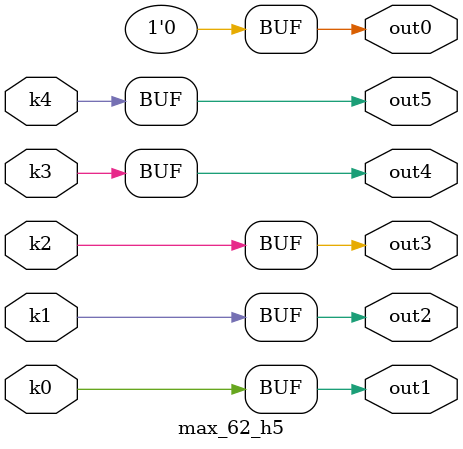
<source format=v>
module max_62(pi00, pi01, pi02, pi03, pi04, pi05, pi06, pi07, pi08, pi09, pi10, pi11, pi12, pi13, po0, po1, po2, po3, po4, po5);
input pi00, pi01, pi02, pi03, pi04, pi05, pi06, pi07, pi08, pi09, pi10, pi11, pi12, pi13;
output po0, po1, po2, po3, po4, po5;
wire k0, k1, k2, k3, k4;
max_62_w5 DUT1 (pi00, pi01, pi02, pi03, pi04, pi05, pi06, pi07, pi08, pi09, pi10, pi11, pi12, pi13, k0, k1, k2, k3, k4);
max_62_h5 DUT2 (k0, k1, k2, k3, k4, po0, po1, po2, po3, po4, po5);
endmodule

module max_62_w5(in13, in12, in11, in10, in9, in8, in7, in6, in5, in4, in3, in2, in1, in0, k4, k3, k2, k1, k0);
input in13, in12, in11, in10, in9, in8, in7, in6, in5, in4, in3, in2, in1, in0;
output k4, k3, k2, k1, k0;
assign k0 =   in0 ? ~in10 : ~in5;
assign k1 =   in0 ? ~in11 : ~in6;
assign k2 =   in0 ? ~in12 : ~in7;
assign k3 =   in0 ? ~in13 : ~in8;
assign k4 =   (((~in13 | (in8 & (in2 | in3))) & (in8 | in2 | in3)) | (~in9 & in4) | (~in10 & in5) | (~in11 & in6) | (~in12 & in7)) & ((~in9 & in4) | (((~in10 & in5) | ((~in12 | in7 | (~in11 & in6)) & (~in11 | in6))) & (~in10 | in5))) & ~in1 & (~in9 | in4);
endmodule

module max_62_h5(k4, k3, k2, k1, k0, out5, out4, out3, out2, out1, out0);
input k4, k3, k2, k1, k0;
output out5, out4, out3, out2, out1, out0;
assign out0 = 0;
assign out1 = k0;
assign out2 = k1;
assign out3 = k2;
assign out4 = k3;
assign out5 = k4;
endmodule

</source>
